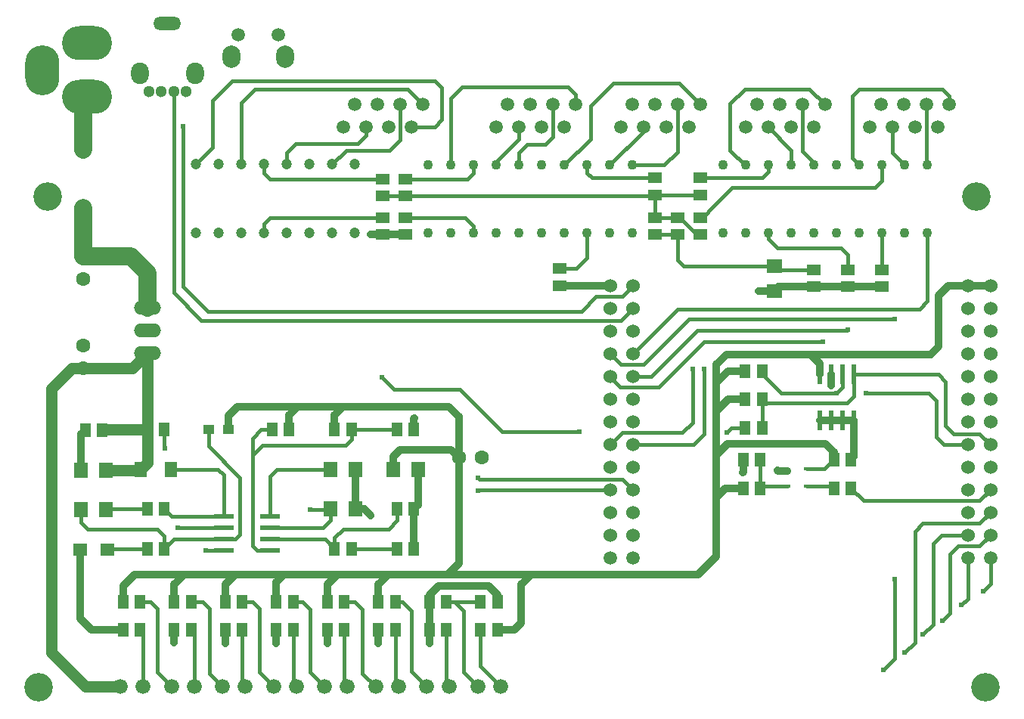
<source format=gtl>
G04 (created by PCBNEW (2013-07-07 BZR 4022)-stable) date 2013/12/2 11:28:43*
%MOIN*%
G04 Gerber Fmt 3.4, Leading zero omitted, Abs format*
%FSLAX34Y34*%
G01*
G70*
G90*
G04 APERTURE LIST*
%ADD10C,0.00590551*%
%ADD11R,0.0866X0.0236*%
%ADD12O,0.12X0.06*%
%ADD13C,0.0433071*%
%ADD14R,0.0314961X0.030315*%
%ADD15R,0.0314961X0.015748*%
%ADD16R,0.0511X0.059*%
%ADD17R,0.059X0.0511*%
%ADD18O,0.15X0.22*%
%ADD19O,0.22X0.15*%
%ADD20R,0.0472X0.0393*%
%ADD21R,0.0551X0.0708*%
%ADD22R,0.0236X0.0866*%
%ADD23C,0.0472441*%
%ADD24C,0.066*%
%ADD25C,0.0593*%
%ADD26O,0.0787402X0.0984252*%
%ADD27C,0.126*%
%ADD28R,0.0629X0.0551*%
%ADD29C,0.063*%
%ADD30C,0.0590551*%
%ADD31C,0.06*%
%ADD32C,0.0511811*%
%ADD33O,0.0787402X0.0944882*%
%ADD34O,0.122047X0.0590551*%
%ADD35R,0.0629X0.0708*%
%ADD36R,0.0708X0.0629*%
%ADD37C,0.024*%
%ADD38C,0.032*%
%ADD39C,0.016*%
%ADD40C,0.05*%
%ADD41C,0.08*%
G04 APERTURE END LIST*
G54D10*
G54D11*
X43977Y-30250D03*
X43977Y-30750D03*
X43977Y-31250D03*
X43977Y-31750D03*
X46023Y-31750D03*
X46023Y-31250D03*
X46023Y-30750D03*
X46023Y-30250D03*
G54D12*
X40625Y-22047D03*
X40625Y-21047D03*
X40625Y-23047D03*
G54D13*
X53000Y-17750D03*
X54000Y-17750D03*
X55000Y-17750D03*
X56000Y-17750D03*
X57000Y-17750D03*
X58000Y-17750D03*
X59000Y-17750D03*
X60000Y-17750D03*
X61000Y-17750D03*
X62000Y-17750D03*
X62000Y-14750D03*
X61000Y-14750D03*
X60000Y-14750D03*
X59000Y-14750D03*
X58000Y-14750D03*
X57000Y-14750D03*
X56000Y-14750D03*
X55000Y-14750D03*
X54000Y-14750D03*
X53000Y-14750D03*
X66000Y-17750D03*
X67000Y-17750D03*
X68000Y-17750D03*
X69000Y-17750D03*
X70000Y-17750D03*
X71000Y-17750D03*
X72000Y-17750D03*
X73000Y-17750D03*
X74000Y-17750D03*
X75000Y-17750D03*
X75000Y-14750D03*
X74000Y-14750D03*
X73000Y-14750D03*
X72000Y-14750D03*
X71000Y-14750D03*
X70000Y-14750D03*
X69000Y-14750D03*
X68000Y-14750D03*
X67000Y-14750D03*
X66000Y-14750D03*
G54D14*
X68828Y-28232D03*
G54D15*
X68828Y-28917D03*
X69671Y-28917D03*
X69671Y-28161D03*
G54D16*
X52368Y-31679D03*
X51620Y-31679D03*
X67714Y-23842D03*
X66966Y-23842D03*
X67714Y-25092D03*
X66966Y-25092D03*
X40620Y-31679D03*
X41368Y-31679D03*
X40620Y-29929D03*
X41368Y-29929D03*
X40620Y-26429D03*
X41368Y-26429D03*
X66966Y-26342D03*
X67714Y-26342D03*
X49618Y-26429D03*
X48870Y-26429D03*
X52368Y-26429D03*
X51620Y-26429D03*
G54D17*
X65000Y-17076D03*
X65000Y-17824D03*
X51000Y-15376D03*
X51000Y-16124D03*
G54D16*
X55301Y-35250D03*
X56049Y-35250D03*
G54D17*
X52000Y-15376D03*
X52000Y-16124D03*
X63000Y-15326D03*
X63000Y-16074D03*
X65000Y-15326D03*
X65000Y-16074D03*
G54D16*
X44799Y-34000D03*
X44051Y-34000D03*
X40299Y-34000D03*
X39551Y-34000D03*
X41801Y-35250D03*
X42549Y-35250D03*
X42549Y-34000D03*
X41801Y-34000D03*
X47049Y-34000D03*
X46301Y-34000D03*
X49299Y-34000D03*
X48551Y-34000D03*
X51549Y-34000D03*
X50801Y-34000D03*
X71624Y-29000D03*
X70876Y-29000D03*
X67624Y-29000D03*
X66876Y-29000D03*
X39551Y-35250D03*
X40299Y-35250D03*
G54D18*
X36000Y-10570D03*
G54D19*
X37970Y-11750D03*
X37970Y-9390D03*
G54D20*
X43311Y-26429D03*
X44177Y-26429D03*
G54D21*
X40325Y-28179D03*
X41663Y-28179D03*
G54D16*
X53799Y-35250D03*
X53051Y-35250D03*
X70876Y-27750D03*
X71624Y-27750D03*
X46868Y-26429D03*
X46120Y-26429D03*
X38624Y-26450D03*
X37876Y-26450D03*
X44799Y-35250D03*
X44051Y-35250D03*
X47049Y-35250D03*
X46301Y-35250D03*
X49299Y-35250D03*
X48551Y-35250D03*
X51549Y-35250D03*
X50801Y-35250D03*
X48870Y-31679D03*
X49618Y-31679D03*
G54D17*
X51000Y-17076D03*
X51000Y-17824D03*
X73000Y-19376D03*
X73000Y-20124D03*
X71500Y-19376D03*
X71500Y-20124D03*
X58800Y-19326D03*
X58800Y-20074D03*
X52000Y-17076D03*
X52000Y-17824D03*
G54D16*
X51620Y-29929D03*
X52368Y-29929D03*
X55301Y-34000D03*
X56049Y-34000D03*
X53799Y-34000D03*
X53051Y-34000D03*
G54D22*
X70250Y-26023D03*
X70750Y-26023D03*
X71250Y-26023D03*
X71750Y-26023D03*
X71750Y-23977D03*
X71250Y-23977D03*
X70750Y-23977D03*
X70250Y-23977D03*
G54D23*
X42750Y-17750D03*
X43750Y-17750D03*
X44750Y-17750D03*
X45750Y-17750D03*
X46750Y-17750D03*
X47750Y-17750D03*
X48750Y-17750D03*
X49750Y-17750D03*
X49750Y-14726D03*
X48750Y-14726D03*
X47742Y-14722D03*
X46746Y-14722D03*
X45750Y-14726D03*
X44750Y-14726D03*
X43750Y-14726D03*
X42750Y-14726D03*
G54D24*
X44925Y-37750D03*
X43925Y-37750D03*
X47175Y-37750D03*
X46175Y-37750D03*
X49425Y-37750D03*
X48425Y-37750D03*
X51675Y-37750D03*
X50675Y-37750D03*
X53925Y-37750D03*
X52925Y-37750D03*
X55200Y-37750D03*
X56200Y-37750D03*
X42675Y-37750D03*
X41675Y-37750D03*
G54D25*
X46385Y-9000D03*
X44614Y-9000D03*
G54D26*
X46681Y-9984D03*
X44318Y-9984D03*
G54D27*
X35826Y-37795D03*
X36220Y-16141D03*
X77559Y-37795D03*
X77165Y-16141D03*
G54D28*
X38840Y-31700D03*
X37660Y-31700D03*
G54D17*
X64000Y-17076D03*
X64000Y-17824D03*
G54D16*
X67624Y-27750D03*
X66876Y-27750D03*
G54D17*
X63000Y-17076D03*
X63000Y-17824D03*
G54D29*
X37795Y-23728D03*
X37795Y-22728D03*
X37795Y-18791D03*
X37795Y-19791D03*
G54D30*
X37795Y-14074D03*
X37795Y-16633D03*
G54D17*
X70000Y-19376D03*
X70000Y-20124D03*
G54D31*
X76771Y-20078D03*
X77771Y-20078D03*
X76771Y-21078D03*
X77771Y-21078D03*
X76771Y-22078D03*
X77771Y-22078D03*
X76771Y-23078D03*
X77771Y-23078D03*
X76771Y-24078D03*
X77771Y-24078D03*
X76771Y-25078D03*
X77771Y-25078D03*
X76771Y-26078D03*
X77771Y-26078D03*
X76771Y-27078D03*
X77771Y-27078D03*
X76771Y-28078D03*
X77771Y-28078D03*
X76771Y-29078D03*
X77771Y-29078D03*
X76771Y-30078D03*
X77771Y-30078D03*
X76771Y-31078D03*
X77771Y-31078D03*
G54D25*
X76771Y-32078D03*
X77771Y-32078D03*
G54D31*
X61023Y-20078D03*
X62023Y-20078D03*
X61023Y-21078D03*
X62023Y-21078D03*
X61023Y-22078D03*
X62023Y-22078D03*
X61023Y-23078D03*
X62023Y-23078D03*
X61023Y-24078D03*
X62023Y-24078D03*
X61023Y-25078D03*
X62023Y-25078D03*
X61023Y-26078D03*
X62023Y-26078D03*
X61023Y-27078D03*
X62023Y-27078D03*
X61023Y-28078D03*
X62023Y-28078D03*
X61023Y-29078D03*
X62023Y-29078D03*
X61023Y-30078D03*
X62023Y-30078D03*
X61023Y-31078D03*
X62023Y-31078D03*
G54D25*
X61023Y-32078D03*
X62023Y-32078D03*
G54D24*
X40425Y-37750D03*
X39425Y-37750D03*
G54D32*
X41224Y-11507D03*
X40673Y-11507D03*
X41775Y-11507D03*
X42326Y-11507D03*
G54D33*
X40287Y-10720D03*
X42712Y-10720D03*
G54D34*
X41500Y-8515D03*
G54D25*
X51250Y-13069D03*
X50750Y-12069D03*
X49750Y-12069D03*
X49250Y-13069D03*
X50250Y-13069D03*
X52750Y-12069D03*
X52250Y-13069D03*
X51750Y-12069D03*
X72470Y-13085D03*
X72970Y-12085D03*
X73470Y-13085D03*
X73970Y-12085D03*
X74470Y-13085D03*
X74970Y-12085D03*
X75470Y-13085D03*
X75970Y-12085D03*
X55995Y-13080D03*
X56495Y-12080D03*
X56995Y-13080D03*
X57495Y-12080D03*
X57995Y-13080D03*
X58495Y-12080D03*
X58995Y-13080D03*
X59495Y-12080D03*
X61485Y-13085D03*
X61985Y-12085D03*
X62485Y-13085D03*
X62985Y-12085D03*
X63485Y-13085D03*
X63985Y-12085D03*
X64485Y-13085D03*
X64985Y-12085D03*
X66985Y-13085D03*
X67485Y-12085D03*
X67985Y-13085D03*
X68485Y-12085D03*
X68985Y-13085D03*
X69485Y-12085D03*
X69985Y-13085D03*
X70485Y-12085D03*
G54D35*
X51443Y-28179D03*
X52545Y-28179D03*
X48693Y-29929D03*
X49795Y-29929D03*
X37699Y-29950D03*
X38801Y-29950D03*
X48693Y-28179D03*
X49795Y-28179D03*
X38801Y-28200D03*
X37699Y-28200D03*
G54D36*
X68250Y-19199D03*
X68250Y-20301D03*
G54D29*
X54350Y-27650D03*
X55350Y-27650D03*
G54D37*
X39600Y-28200D03*
X41950Y-30750D03*
X42200Y-13050D03*
X72300Y-24800D03*
X71000Y-24800D03*
X74000Y-36250D03*
X74800Y-35450D03*
X75650Y-34850D03*
X76500Y-34150D03*
X77450Y-33550D03*
X50950Y-24100D03*
X59650Y-26500D03*
X66150Y-26550D03*
X73550Y-21550D03*
X64650Y-23750D03*
X55200Y-29100D03*
X65150Y-23750D03*
X55200Y-28550D03*
X70400Y-22550D03*
X71500Y-22000D03*
X73050Y-37000D03*
X73550Y-33000D03*
X70750Y-24479D03*
X66850Y-28300D03*
X68400Y-28200D03*
X71750Y-26950D03*
X67550Y-20300D03*
X43200Y-31750D03*
X52400Y-25900D03*
X50450Y-30200D03*
X52368Y-30850D03*
X53050Y-35850D03*
X50800Y-35850D03*
X48550Y-35850D03*
X46300Y-35850D03*
X44050Y-35850D03*
X41800Y-35800D03*
X37660Y-33600D03*
X37699Y-27250D03*
X50450Y-17800D03*
X47800Y-29950D03*
X41400Y-27250D03*
G54D38*
X56049Y-35250D02*
X56800Y-35250D01*
X57100Y-33250D02*
X57550Y-32800D01*
X57100Y-34950D02*
X57100Y-33250D01*
X56800Y-35250D02*
X57100Y-34950D01*
X75500Y-20650D02*
X75500Y-20500D01*
X75921Y-20078D02*
X76071Y-20078D01*
X75500Y-20500D02*
X75921Y-20078D01*
X75500Y-22050D02*
X75500Y-22750D01*
X75150Y-23100D02*
X74600Y-23100D01*
X75500Y-22750D02*
X75150Y-23100D01*
X76771Y-20078D02*
X77771Y-20078D01*
X69800Y-23100D02*
X74600Y-23100D01*
X76071Y-20078D02*
X76771Y-20078D01*
X75500Y-22050D02*
X75500Y-20650D01*
X65700Y-27800D02*
X65700Y-27550D01*
X70876Y-27426D02*
X70876Y-27750D01*
X70500Y-27050D02*
X70876Y-27426D01*
X66200Y-27050D02*
X70500Y-27050D01*
X65700Y-27550D02*
X66200Y-27050D01*
G54D39*
X69671Y-28161D02*
X70464Y-28161D01*
X70464Y-28161D02*
X70876Y-27750D01*
G54D38*
X70250Y-23977D02*
X70250Y-23500D01*
X65700Y-23550D02*
X65700Y-24350D01*
X66150Y-23100D02*
X65700Y-23550D01*
X69850Y-23100D02*
X69800Y-23100D01*
X69800Y-23100D02*
X66150Y-23100D01*
X70250Y-23500D02*
X69850Y-23100D01*
X66876Y-29000D02*
X66100Y-29000D01*
X66100Y-29000D02*
X65700Y-29400D01*
X66966Y-25092D02*
X66207Y-25092D01*
X66207Y-25092D02*
X65700Y-25600D01*
X53850Y-32800D02*
X57550Y-32800D01*
X57550Y-32800D02*
X64900Y-32800D01*
X66207Y-23842D02*
X66966Y-23842D01*
X65700Y-24350D02*
X66207Y-23842D01*
X65700Y-32000D02*
X65700Y-29400D01*
X65700Y-29400D02*
X65700Y-27800D01*
X65700Y-27800D02*
X65700Y-25600D01*
X65700Y-25600D02*
X65700Y-24350D01*
X64900Y-32800D02*
X65700Y-32000D01*
X50801Y-34000D02*
X50801Y-33248D01*
X50801Y-33248D02*
X51250Y-32800D01*
X48551Y-34000D02*
X48551Y-33248D01*
X48551Y-33248D02*
X49000Y-32800D01*
X46301Y-34000D02*
X46301Y-33148D01*
X46301Y-33148D02*
X46650Y-32800D01*
X44051Y-34000D02*
X44051Y-33248D01*
X44051Y-33248D02*
X44500Y-32800D01*
X41801Y-34000D02*
X41801Y-33248D01*
X41801Y-33248D02*
X42250Y-32800D01*
X54350Y-27650D02*
X54350Y-32300D01*
X39551Y-33298D02*
X39551Y-34000D01*
X40050Y-32800D02*
X39551Y-33298D01*
X53850Y-32800D02*
X51250Y-32800D01*
X51250Y-32800D02*
X49000Y-32800D01*
X49000Y-32800D02*
X46650Y-32800D01*
X46650Y-32800D02*
X44500Y-32800D01*
X44500Y-32800D02*
X42250Y-32800D01*
X42250Y-32800D02*
X40050Y-32800D01*
X54350Y-32300D02*
X53850Y-32800D01*
X51443Y-28179D02*
X51443Y-27606D01*
X54000Y-27300D02*
X54350Y-27650D01*
X51750Y-27300D02*
X54000Y-27300D01*
X51443Y-27606D02*
X51750Y-27300D01*
X48870Y-26429D02*
X48870Y-25779D01*
X48870Y-25779D02*
X49250Y-25400D01*
X46868Y-26429D02*
X46868Y-25781D01*
X46868Y-25781D02*
X47250Y-25400D01*
X44177Y-26429D02*
X44177Y-25822D01*
X54350Y-25850D02*
X54350Y-27650D01*
X53900Y-25400D02*
X54350Y-25850D01*
X44600Y-25400D02*
X47250Y-25400D01*
X47250Y-25400D02*
X49250Y-25400D01*
X49250Y-25400D02*
X53900Y-25400D01*
X44177Y-25822D02*
X44600Y-25400D01*
G54D40*
X39425Y-37750D02*
X37900Y-37750D01*
X37900Y-37750D02*
X36400Y-36250D01*
G54D39*
X43977Y-30750D02*
X41950Y-30750D01*
G54D40*
X38624Y-26450D02*
X38644Y-26429D01*
X38644Y-26429D02*
X40620Y-26429D01*
X40325Y-28179D02*
X40304Y-28200D01*
X40304Y-28200D02*
X39600Y-28200D01*
X39600Y-28200D02*
X38801Y-28200D01*
X40325Y-28179D02*
X40620Y-27884D01*
X40620Y-27884D02*
X40620Y-26429D01*
X40625Y-23047D02*
X40625Y-26423D01*
X40625Y-26423D02*
X40620Y-26429D01*
X37271Y-23728D02*
X37795Y-23728D01*
X36400Y-24600D02*
X37271Y-23728D01*
X36400Y-36250D02*
X36400Y-24600D01*
X40625Y-23047D02*
X39944Y-23728D01*
X39944Y-23728D02*
X37795Y-23728D01*
G54D39*
X41775Y-11507D02*
X41775Y-20375D01*
X61502Y-21600D02*
X62023Y-21078D01*
X43000Y-21600D02*
X61502Y-21600D01*
X41775Y-20375D02*
X43000Y-21600D01*
X61552Y-20550D02*
X60400Y-20550D01*
X60400Y-20550D02*
X59750Y-21200D01*
X59750Y-21200D02*
X43300Y-21200D01*
X43300Y-21200D02*
X42200Y-20100D01*
X42200Y-20100D02*
X42200Y-13050D01*
X61552Y-20550D02*
X62023Y-20078D01*
X75400Y-26550D02*
X75400Y-26750D01*
X75728Y-27078D02*
X75928Y-27078D01*
X75400Y-26750D02*
X75728Y-27078D01*
X74950Y-24800D02*
X75050Y-24800D01*
X75050Y-24800D02*
X75400Y-25150D01*
X75928Y-27078D02*
X76771Y-27078D01*
X75400Y-26550D02*
X75400Y-25150D01*
X74950Y-24800D02*
X72300Y-24800D01*
X71000Y-24800D02*
X68550Y-24800D01*
X71000Y-24800D02*
X71250Y-24550D01*
X71250Y-23977D02*
X71250Y-24550D01*
X68550Y-24800D02*
X68400Y-24650D01*
X67714Y-23964D02*
X68400Y-24650D01*
X68400Y-24650D02*
X68500Y-24750D01*
X67714Y-23964D02*
X67714Y-23842D01*
X75800Y-25950D02*
X75800Y-26250D01*
X76150Y-26600D02*
X76350Y-26600D01*
X75800Y-26250D02*
X76150Y-26600D01*
X75150Y-23977D02*
X75477Y-23977D01*
X75800Y-24300D02*
X75800Y-24550D01*
X75477Y-23977D02*
X75800Y-24300D01*
X67714Y-25092D02*
X67872Y-25250D01*
X71750Y-24950D02*
X71750Y-24750D01*
X71450Y-25250D02*
X71750Y-24950D01*
X67872Y-25250D02*
X71450Y-25250D01*
X71750Y-23977D02*
X75150Y-23977D01*
X77292Y-26600D02*
X77771Y-27078D01*
X75800Y-24550D02*
X75800Y-25950D01*
X76350Y-26600D02*
X77292Y-26600D01*
X67714Y-26342D02*
X67714Y-25092D01*
X71750Y-24750D02*
X71750Y-23977D01*
X74450Y-31050D02*
X74450Y-30900D01*
X74800Y-30550D02*
X74950Y-30550D01*
X74450Y-30900D02*
X74800Y-30550D01*
X74450Y-31050D02*
X74450Y-35800D01*
X74450Y-35800D02*
X74000Y-36250D01*
X75350Y-30550D02*
X74950Y-30550D01*
X77771Y-30078D02*
X77300Y-30550D01*
X77300Y-30550D02*
X75350Y-30550D01*
X77771Y-30078D02*
X77771Y-30078D01*
X53799Y-35250D02*
X53799Y-37624D01*
X53799Y-37624D02*
X53925Y-37750D01*
X75250Y-31600D02*
X75250Y-31450D01*
X75250Y-31800D02*
X75250Y-35000D01*
X75250Y-35000D02*
X74800Y-35450D01*
X76771Y-31078D02*
X75871Y-31078D01*
X75721Y-31078D02*
X75871Y-31078D01*
X75250Y-31800D02*
X75250Y-31600D01*
X75250Y-31450D02*
X75621Y-31078D01*
X75621Y-31078D02*
X75721Y-31078D01*
X51549Y-35250D02*
X51549Y-37624D01*
X51549Y-37624D02*
X51675Y-37750D01*
X77771Y-31078D02*
X77771Y-31078D01*
X76000Y-34500D02*
X75650Y-34850D01*
X76000Y-31900D02*
X76000Y-34500D01*
X76350Y-31550D02*
X76000Y-31900D01*
X77300Y-31550D02*
X76350Y-31550D01*
X77771Y-31078D02*
X77300Y-31550D01*
X49299Y-35250D02*
X49299Y-37624D01*
X49299Y-37624D02*
X49425Y-37750D01*
X76771Y-32078D02*
X76771Y-33878D01*
X76771Y-33878D02*
X76500Y-34150D01*
X47049Y-35250D02*
X47049Y-37624D01*
X47049Y-37624D02*
X47175Y-37750D01*
X77771Y-32078D02*
X77771Y-33228D01*
X77771Y-33228D02*
X77450Y-33550D01*
X44799Y-35250D02*
X44799Y-37624D01*
X44799Y-37624D02*
X44925Y-37750D01*
X51500Y-24650D02*
X50950Y-24100D01*
X54400Y-24650D02*
X51500Y-24650D01*
X56250Y-26500D02*
X54400Y-24650D01*
X59650Y-26500D02*
X56250Y-26500D01*
X66357Y-26342D02*
X66966Y-26342D01*
X66150Y-26550D02*
X66357Y-26342D01*
X71624Y-29000D02*
X72174Y-29550D01*
X77300Y-29550D02*
X77771Y-29078D01*
X72174Y-29550D02*
X77300Y-29550D01*
X61023Y-23078D02*
X61028Y-23078D01*
X64500Y-21550D02*
X73550Y-21550D01*
X62500Y-23550D02*
X64500Y-21550D01*
X61500Y-23550D02*
X62500Y-23550D01*
X61028Y-23078D02*
X61500Y-23550D01*
X61552Y-26550D02*
X61023Y-27078D01*
X64200Y-26550D02*
X61552Y-26550D01*
X64650Y-26100D02*
X64200Y-26550D01*
X64650Y-23750D02*
X64650Y-26100D01*
X55221Y-29078D02*
X61023Y-29078D01*
X55200Y-29100D02*
X55221Y-29078D01*
X75000Y-19900D02*
X75000Y-20750D01*
X74650Y-21100D02*
X73900Y-21100D01*
X75000Y-20750D02*
X74650Y-21100D01*
X75000Y-17750D02*
X75000Y-19900D01*
X64002Y-21100D02*
X62023Y-23078D01*
X73900Y-21100D02*
X64002Y-21100D01*
X65150Y-26400D02*
X65150Y-26600D01*
X64671Y-27078D02*
X64571Y-27078D01*
X65150Y-26600D02*
X64671Y-27078D01*
X64571Y-27078D02*
X62023Y-27078D01*
X65150Y-23750D02*
X65150Y-26400D01*
X62023Y-29078D02*
X61544Y-28600D01*
X55250Y-28600D02*
X55200Y-28550D01*
X61544Y-28600D02*
X55250Y-28600D01*
X61023Y-24078D02*
X61023Y-24123D01*
X65150Y-22550D02*
X70400Y-22550D01*
X63150Y-24550D02*
X65150Y-22550D01*
X61450Y-24550D02*
X63150Y-24550D01*
X61023Y-24123D02*
X61450Y-24550D01*
X62821Y-24078D02*
X62023Y-24078D01*
X64850Y-22050D02*
X62821Y-24078D01*
X71450Y-22050D02*
X64850Y-22050D01*
X71500Y-22000D02*
X71450Y-22050D01*
X73550Y-34700D02*
X73550Y-36500D01*
X73550Y-36500D02*
X73050Y-37000D01*
X73550Y-33000D02*
X73550Y-34700D01*
X53799Y-34000D02*
X54150Y-34000D01*
X54550Y-37100D02*
X55200Y-37750D01*
X54550Y-34400D02*
X54550Y-37100D01*
X54150Y-34000D02*
X54550Y-34400D01*
X53799Y-34000D02*
X55301Y-34000D01*
G54D38*
X58800Y-20074D02*
X61018Y-20074D01*
X61018Y-20074D02*
X61023Y-20078D01*
X70750Y-23977D02*
X70750Y-24479D01*
X66876Y-27750D02*
X66876Y-28274D01*
X66876Y-28274D02*
X66850Y-28300D01*
X68828Y-28232D02*
X68432Y-28232D01*
X68432Y-28232D02*
X68400Y-28200D01*
X71750Y-26023D02*
X71750Y-26950D01*
X71750Y-26950D02*
X71750Y-27624D01*
G54D39*
X71750Y-27624D02*
X71624Y-27750D01*
G54D38*
X71250Y-26023D02*
X71750Y-26023D01*
X70750Y-26023D02*
X71250Y-26023D01*
X70250Y-26023D02*
X70750Y-26023D01*
X68250Y-20301D02*
X67551Y-20301D01*
X67551Y-20301D02*
X67550Y-20300D01*
X70000Y-20124D02*
X68427Y-20124D01*
X68427Y-20124D02*
X68250Y-20301D01*
X71500Y-20124D02*
X70000Y-20124D01*
X73000Y-20124D02*
X71500Y-20124D01*
G54D39*
X43977Y-31750D02*
X43200Y-31750D01*
G54D38*
X52368Y-26429D02*
X52368Y-25931D01*
X52368Y-25931D02*
X52400Y-25900D01*
X49795Y-29929D02*
X50179Y-29929D01*
X50179Y-29929D02*
X50450Y-30200D01*
X52368Y-29929D02*
X52368Y-30850D01*
X52368Y-30850D02*
X52368Y-31679D01*
X52545Y-28179D02*
X52545Y-29100D01*
X52545Y-29100D02*
X52545Y-29752D01*
X52545Y-29752D02*
X52368Y-29929D01*
X49795Y-29929D02*
X49795Y-28179D01*
X53051Y-34000D02*
X53051Y-33698D01*
X53051Y-33698D02*
X53450Y-33300D01*
X56049Y-34000D02*
X56049Y-33699D01*
X56049Y-33699D02*
X55650Y-33300D01*
X55650Y-33300D02*
X53450Y-33300D01*
X53051Y-34000D02*
X53051Y-35250D01*
X53051Y-35250D02*
X53051Y-35848D01*
X53051Y-35848D02*
X53050Y-35850D01*
X50801Y-35250D02*
X50801Y-35848D01*
X50801Y-35848D02*
X50800Y-35850D01*
X48551Y-35250D02*
X48551Y-35848D01*
X48551Y-35848D02*
X48550Y-35850D01*
X46301Y-35250D02*
X46301Y-35848D01*
X46301Y-35848D02*
X46300Y-35850D01*
X44051Y-35250D02*
X44051Y-35848D01*
X44051Y-35848D02*
X44050Y-35850D01*
X41801Y-35250D02*
X41801Y-35798D01*
X41801Y-35798D02*
X41800Y-35800D01*
X37660Y-34650D02*
X37660Y-34760D01*
X37660Y-34760D02*
X38150Y-35250D01*
X37660Y-31700D02*
X37660Y-33600D01*
X37660Y-33600D02*
X37660Y-34650D01*
X38150Y-35250D02*
X39551Y-35250D01*
X37699Y-28200D02*
X37699Y-27250D01*
X37699Y-27250D02*
X37699Y-26627D01*
X37699Y-26627D02*
X37876Y-26450D01*
X51000Y-17824D02*
X50474Y-17824D01*
X50474Y-17824D02*
X50450Y-17800D01*
X52000Y-17824D02*
X51000Y-17824D01*
G54D39*
X48750Y-14726D02*
X49376Y-14100D01*
X51750Y-13650D02*
X51750Y-12069D01*
X51300Y-14100D02*
X51750Y-13650D01*
X49376Y-14100D02*
X51300Y-14100D01*
X46746Y-14722D02*
X46746Y-14203D01*
X50250Y-13450D02*
X50250Y-13069D01*
X49900Y-13800D02*
X50250Y-13450D01*
X47150Y-13800D02*
X49900Y-13800D01*
X46746Y-14203D02*
X47150Y-13800D01*
X44750Y-14726D02*
X44750Y-12000D01*
X52081Y-11400D02*
X52750Y-12069D01*
X45350Y-11400D02*
X52081Y-11400D01*
X44750Y-12000D02*
X45350Y-11400D01*
X42750Y-14726D02*
X43500Y-13976D01*
X43500Y-13976D02*
X43500Y-11900D01*
X53131Y-13069D02*
X53281Y-13069D01*
X53600Y-12750D02*
X53600Y-12600D01*
X53281Y-13069D02*
X53600Y-12750D01*
X52750Y-11050D02*
X53300Y-11050D01*
X53600Y-11350D02*
X53600Y-11900D01*
X53300Y-11050D02*
X53600Y-11350D01*
X53600Y-11900D02*
X53600Y-12600D01*
X44350Y-11050D02*
X52750Y-11050D01*
X43500Y-11900D02*
X44350Y-11050D01*
X53131Y-13069D02*
X52250Y-13069D01*
X75000Y-14750D02*
X74970Y-14720D01*
X74970Y-14720D02*
X74970Y-12085D01*
X75000Y-12115D02*
X74970Y-12085D01*
X75285Y-11400D02*
X75650Y-11400D01*
X71700Y-14450D02*
X71700Y-11700D01*
X71700Y-11700D02*
X72000Y-11400D01*
X72000Y-14750D02*
X71700Y-14450D01*
X75285Y-11400D02*
X72000Y-11400D01*
X75970Y-11720D02*
X75970Y-12085D01*
X75650Y-11400D02*
X75970Y-11720D01*
X74000Y-14750D02*
X73470Y-14220D01*
X73470Y-14220D02*
X73470Y-13085D01*
X68250Y-19199D02*
X64249Y-19199D01*
X64249Y-19199D02*
X64000Y-18950D01*
X64000Y-18950D02*
X64000Y-17824D01*
X70000Y-19376D02*
X68427Y-19376D01*
X68427Y-19376D02*
X68250Y-19199D01*
X63000Y-17824D02*
X64000Y-17824D01*
X65000Y-15326D02*
X67724Y-15326D01*
X68000Y-15050D02*
X68000Y-14750D01*
X67724Y-15326D02*
X68000Y-15050D01*
X64000Y-17076D02*
X64076Y-17076D01*
X64824Y-17824D02*
X65000Y-17824D01*
X64076Y-17076D02*
X64824Y-17824D01*
X63000Y-16074D02*
X63000Y-17076D01*
X63000Y-17076D02*
X64000Y-17076D01*
X52000Y-16124D02*
X62950Y-16124D01*
X62950Y-16124D02*
X63000Y-16074D01*
X51000Y-16124D02*
X52000Y-16124D01*
X63000Y-16074D02*
X65000Y-16074D01*
X51000Y-15376D02*
X46026Y-15376D01*
X45750Y-15100D02*
X45750Y-14726D01*
X46026Y-15376D02*
X45750Y-15100D01*
X73000Y-14750D02*
X73000Y-15450D01*
X66400Y-15750D02*
X65600Y-16550D01*
X72700Y-15750D02*
X66400Y-15750D01*
X73000Y-15450D02*
X72700Y-15750D01*
X65000Y-17076D02*
X65074Y-17076D01*
X65074Y-17076D02*
X65600Y-16550D01*
X73000Y-17750D02*
X73000Y-19376D01*
X55301Y-35250D02*
X55301Y-36851D01*
X55301Y-36851D02*
X56200Y-37750D01*
X52000Y-17076D02*
X54626Y-17076D01*
X55000Y-17450D02*
X55000Y-17750D01*
X54626Y-17076D02*
X55000Y-17450D01*
X58800Y-19326D02*
X59524Y-19326D01*
X60000Y-18850D02*
X60000Y-17750D01*
X59524Y-19326D02*
X60000Y-18850D01*
X68000Y-17750D02*
X68000Y-18000D01*
X71500Y-18700D02*
X71500Y-19376D01*
X71200Y-18400D02*
X71500Y-18700D01*
X68400Y-18400D02*
X71200Y-18400D01*
X68000Y-18000D02*
X68400Y-18400D01*
X51000Y-17076D02*
X46024Y-17076D01*
X45750Y-17350D02*
X45750Y-17750D01*
X46024Y-17076D02*
X45750Y-17350D01*
X51549Y-34000D02*
X51850Y-34000D01*
X52250Y-37074D02*
X52925Y-37750D01*
X52250Y-34400D02*
X52250Y-37074D01*
X51850Y-34000D02*
X52250Y-34400D01*
X49299Y-34000D02*
X49750Y-34000D01*
X50100Y-37174D02*
X50675Y-37750D01*
X50100Y-34350D02*
X50100Y-37174D01*
X49750Y-34000D02*
X50100Y-34350D01*
X47049Y-34000D02*
X47450Y-34000D01*
X47800Y-37124D02*
X48425Y-37750D01*
X47800Y-34350D02*
X47800Y-37124D01*
X47450Y-34000D02*
X47800Y-34350D01*
X44799Y-34000D02*
X45250Y-34000D01*
X45550Y-37124D02*
X46175Y-37750D01*
X45550Y-34300D02*
X45550Y-37124D01*
X45250Y-34000D02*
X45550Y-34300D01*
X67624Y-27750D02*
X67624Y-29000D01*
X68828Y-28917D02*
X67706Y-28917D01*
X67706Y-28917D02*
X67624Y-29000D01*
X69671Y-28917D02*
X70793Y-28917D01*
X70793Y-28917D02*
X70876Y-29000D01*
G54D41*
X37795Y-18791D02*
X39891Y-18791D01*
X40625Y-19525D02*
X40625Y-21047D01*
X39891Y-18791D02*
X40625Y-19525D01*
X37795Y-16633D02*
X37795Y-18791D01*
G54D39*
X40425Y-35376D02*
X40299Y-35250D01*
X40425Y-37750D02*
X40425Y-35376D01*
G54D41*
X37795Y-14074D02*
X37795Y-11924D01*
X37795Y-11924D02*
X37970Y-11750D01*
G54D39*
X48870Y-31679D02*
X48870Y-31179D01*
X51620Y-30429D02*
X51620Y-29929D01*
X51250Y-30800D02*
X51620Y-30429D01*
X49250Y-30800D02*
X51250Y-30800D01*
X48870Y-31179D02*
X49250Y-30800D01*
X46023Y-31250D02*
X48440Y-31250D01*
X48440Y-31250D02*
X48870Y-31679D01*
X40620Y-31679D02*
X38860Y-31679D01*
X38860Y-31679D02*
X38840Y-31700D01*
X51620Y-31679D02*
X49618Y-31679D01*
X41368Y-26429D02*
X41368Y-27218D01*
X48672Y-29950D02*
X48693Y-29929D01*
X47800Y-29950D02*
X48672Y-29950D01*
X41368Y-27218D02*
X41400Y-27250D01*
X46023Y-30750D02*
X48350Y-30750D01*
X48693Y-30406D02*
X48693Y-29929D01*
X48350Y-30750D02*
X48693Y-30406D01*
X43977Y-31250D02*
X44500Y-31250D01*
X43311Y-27161D02*
X43311Y-26429D01*
X44700Y-28550D02*
X43311Y-27161D01*
X44700Y-31050D02*
X44700Y-28550D01*
X44500Y-31250D02*
X44700Y-31050D01*
X43977Y-31250D02*
X41797Y-31250D01*
X41797Y-31250D02*
X41368Y-31679D01*
X37699Y-29950D02*
X37699Y-30499D01*
X41368Y-31118D02*
X41368Y-31679D01*
X41050Y-30800D02*
X41368Y-31118D01*
X38000Y-30800D02*
X41050Y-30800D01*
X37699Y-30499D02*
X38000Y-30800D01*
X43977Y-30250D02*
X41688Y-30250D01*
X41688Y-30250D02*
X41368Y-29929D01*
X43977Y-30250D02*
X43977Y-28427D01*
X43729Y-28179D02*
X41663Y-28179D01*
X43977Y-28427D02*
X43729Y-28179D01*
X40620Y-29929D02*
X38821Y-29929D01*
X38821Y-29929D02*
X38801Y-29950D01*
X45250Y-27700D02*
X45250Y-27550D01*
X49618Y-26831D02*
X49618Y-26429D01*
X49350Y-27100D02*
X49618Y-26831D01*
X45700Y-27100D02*
X49350Y-27100D01*
X45250Y-27550D02*
X45700Y-27100D01*
X46023Y-31750D02*
X45450Y-31750D01*
X45620Y-26429D02*
X46120Y-26429D01*
X45250Y-26800D02*
X45620Y-26429D01*
X45250Y-31550D02*
X45250Y-27700D01*
X45250Y-27700D02*
X45250Y-26800D01*
X45450Y-31750D02*
X45250Y-31550D01*
X51620Y-26429D02*
X49618Y-26429D01*
X42549Y-34000D02*
X43050Y-34000D01*
X43350Y-37174D02*
X43925Y-37750D01*
X43350Y-34300D02*
X43350Y-37174D01*
X43050Y-34000D02*
X43350Y-34300D01*
X46023Y-30250D02*
X46023Y-28477D01*
X46320Y-28179D02*
X48693Y-28179D01*
X46023Y-28477D02*
X46320Y-28179D01*
X61000Y-14750D02*
X62485Y-13265D01*
X62485Y-13265D02*
X62485Y-13085D01*
X59000Y-14750D02*
X60150Y-13600D01*
X64050Y-11150D02*
X64985Y-12085D01*
X61150Y-11150D02*
X64050Y-11150D01*
X60150Y-12150D02*
X61150Y-11150D01*
X60150Y-13600D02*
X60150Y-12150D01*
X62000Y-14750D02*
X63400Y-14750D01*
X63985Y-14165D02*
X63985Y-12085D01*
X63400Y-14750D02*
X63985Y-14165D01*
X57000Y-14750D02*
X57000Y-14200D01*
X58150Y-13850D02*
X58495Y-13505D01*
X57350Y-13850D02*
X58150Y-13850D01*
X57000Y-14200D02*
X57350Y-13850D01*
X58495Y-13505D02*
X58495Y-12080D01*
X56000Y-14750D02*
X56000Y-14600D01*
X56995Y-13605D02*
X56995Y-13080D01*
X56000Y-14600D02*
X56995Y-13605D01*
X54000Y-14750D02*
X54000Y-11800D01*
X59495Y-11645D02*
X59495Y-12080D01*
X59150Y-11300D02*
X59495Y-11645D01*
X54500Y-11300D02*
X59150Y-11300D01*
X54000Y-11800D02*
X54500Y-11300D01*
X63000Y-15326D02*
X60226Y-15326D01*
X60000Y-15100D02*
X60000Y-14750D01*
X60226Y-15326D02*
X60000Y-15100D01*
X42675Y-37750D02*
X42675Y-35376D01*
X42675Y-35376D02*
X42549Y-35250D01*
X52000Y-15376D02*
X54724Y-15376D01*
X55000Y-15100D02*
X55000Y-14750D01*
X54724Y-15376D02*
X55000Y-15100D01*
X70000Y-14750D02*
X70000Y-14650D01*
X69485Y-14135D02*
X69485Y-12085D01*
X70000Y-14650D02*
X69485Y-14135D01*
X69000Y-14750D02*
X69000Y-14100D01*
X69000Y-14100D02*
X67985Y-13085D01*
X67000Y-14750D02*
X66950Y-14750D01*
X69800Y-11400D02*
X70485Y-12085D01*
X66950Y-11400D02*
X69800Y-11400D01*
X66300Y-12050D02*
X66950Y-11400D01*
X66300Y-14100D02*
X66300Y-12050D01*
X66950Y-14750D02*
X66300Y-14100D01*
X40299Y-34000D02*
X40750Y-34000D01*
X41050Y-37124D02*
X41675Y-37750D01*
X41050Y-34300D02*
X41050Y-37124D01*
X40750Y-34000D02*
X41050Y-34300D01*
M02*

</source>
